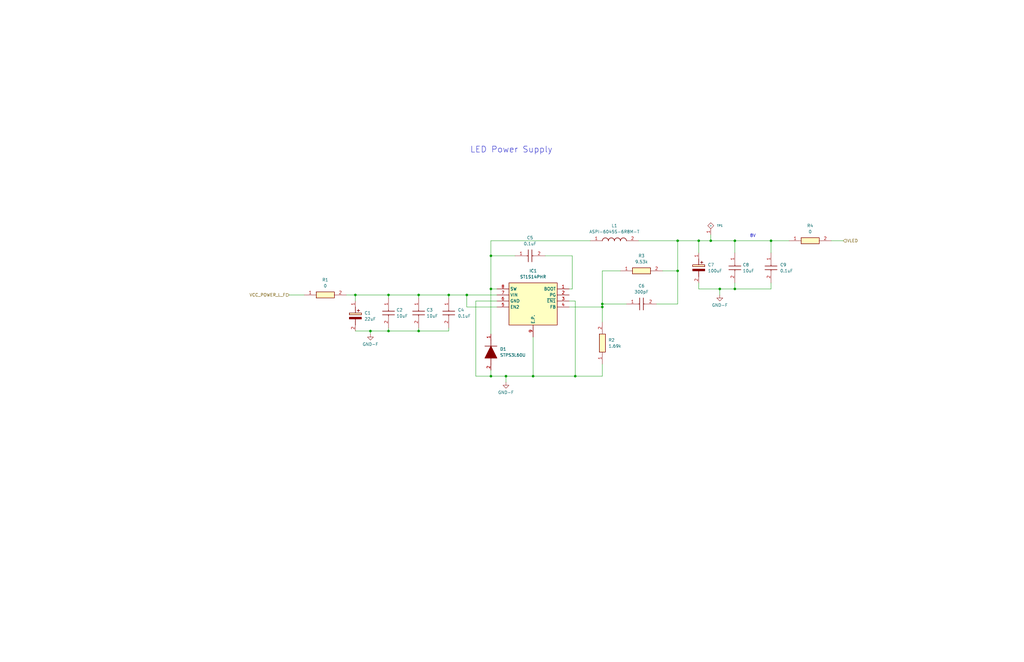
<source format=kicad_sch>
(kicad_sch (version 20231120) (generator "eeschema") (generator_version "8.0")
  (paper "B")
  (title_block (title "Audio System") (date "2025-02-06") (rev "P1") (company "Wolfe Engineering"))
  (lib_symbols
    (symbol "1 Audio Amp:RC0603JR-070RL" (pin_names hide)
      (property "Reference" "R" (at 13.97 6.35 0))
      (property "Value" "RC0603JR-070RL" (at 13.97 3.81 0))
      (symbol "RC0603JR-070RL_1_1"
        (rectangle (start 5.08 1.27) (end 12.7 -1.27) (stroke (width 0.254)) (fill (type background)))
        (pin passive line (at 0 0 0) (length 5.08) (name "1") (number "1"))
        (pin passive line (at 17.78 0 180) (length 5.08) (name "2") (number "2"))
      )
    )
    (symbol "Audio System:865080343009" (pin_names hide)
      (property "Reference" "C" (at 8.89 6.35 0))
      (property "Value" "865080343009" (at 8.89 3.81 0))
      (symbol "865080343009_1_1"
        (polyline (pts (xy 2.54 0) (xy 5.08 0)) (stroke (width 0.254)))
        (polyline (pts (xy 4.064 1.778) (xy 4.064 0.762)) (stroke (width 0.254)))
        (polyline (pts (xy 4.572 1.27) (xy 3.556 1.27)) (stroke (width 0.254)))
        (polyline (pts (xy 7.62 0) (xy 10.16 0)) (stroke (width 0.254)))
        (polyline (pts (xy 7.62 2.54) (xy 7.62 -2.54) (xy 6.858 -2.54) (xy 6.858 2.54) (xy 7.62 2.54)) (stroke (width 0.254)) (fill (type outline)))
        (rectangle (start 5.08 2.54) (end 5.842 -2.54) (stroke (width 0.254)) (fill (type background)))
        (pin passive line (at 0 0 0) (length 2.54) (name "+") (number "1"))
        (pin passive line (at 12.7 0 180) (length 2.54) (name "-") (number "2"))
      )
    )
    (symbol "Audio System:ASPI-6045S-6R8M-T" (pin_names hide)
      (property "Reference" "L" (at 16.51 6.35 0))
      (property "Value" "ASPI-6045S-6R8M-T" (at 16.51 3.81 0))
      (symbol "ASPI-6045S-6R8M-T_1_1"
        (arc (start 7.62 0) (mid 6.35 1.219) (end 5.08 0) (stroke (width 0.254)))
        (arc (start 10.16 0) (mid 8.89 1.219) (end 7.62 0) (stroke (width 0.254)))
        (arc (start 12.7 0) (mid 11.43 1.219) (end 10.16 0) (stroke (width 0.254)))
        (arc (start 15.24 0) (mid 13.97 1.219) (end 12.7 0) (stroke (width 0.254)))
        (pin passive line (at 0 0 0) (length 5.08) (name "1") (number "1"))
        (pin passive line (at 20.32 0 180) (length 5.08) (name "2") (number "2"))
      )
    )
    (symbol "Audio System:C0603C104M5RACTU" (pin_names hide)
      (property "Reference" "C" (at 8.89 6.35 0))
      (property "Value" "C0603C104M5RACTU" (at 8.89 3.81 0))
      (symbol "C0603C104M5RACTU_1_1"
        (polyline (pts (xy 5.08 0) (xy 5.588 0)) (stroke (width 0.254)))
        (polyline (pts (xy 5.588 2.54) (xy 5.588 -2.54)) (stroke (width 0.254)))
        (polyline (pts (xy 7.112 0) (xy 7.62 0)) (stroke (width 0.254)))
        (polyline (pts (xy 7.112 2.54) (xy 7.112 -2.54)) (stroke (width 0.254)))
        (pin passive line (at 0 0 0) (length 5.08) (name "1") (number "1"))
        (pin passive line (at 12.7 0 180) (length 5.08) (name "2") (number "2"))
      )
    )
    (symbol "Audio System:CL31A106MBHNNNE" (pin_names hide)
      (property "Reference" "C" (at 8.89 6.35 0))
      (property "Value" "CL31A106MBHNNNE" (at 8.89 3.81 0))
      (symbol "CL31A106MBHNNNE_1_1"
        (polyline (pts (xy 5.08 0) (xy 5.588 0)) (stroke (width 0.254)))
        (polyline (pts (xy 5.588 2.54) (xy 5.588 -2.54)) (stroke (width 0.254)))
        (polyline (pts (xy 7.112 0) (xy 7.62 0)) (stroke (width 0.254)))
        (polyline (pts (xy 7.112 2.54) (xy 7.112 -2.54)) (stroke (width 0.254)))
        (pin passive line (at 0 0 0) (length 5.08) (name "1") (number "1"))
        (pin passive line (at 12.7 0 180) (length 5.08) (name "2") (number "2"))
      )
    )
    (symbol "Audio System:EEU-FR1H100B" (pin_names hide)
      (property "Reference" "C" (at 8.89 6.35 0))
      (property "Value" "EEU-FR1H100B" (at 8.89 3.81 0))
      (symbol "EEU-FR1H100B_1_1"
        (polyline (pts (xy 2.54 0) (xy 5.08 0)) (stroke (width 0.254)))
        (polyline (pts (xy 4.064 1.778) (xy 4.064 0.762)) (stroke (width 0.254)))
        (polyline (pts (xy 4.572 1.27) (xy 3.556 1.27)) (stroke (width 0.254)))
        (polyline (pts (xy 7.62 0) (xy 10.16 0)) (stroke (width 0.254)))
        (polyline (pts (xy 7.62 2.54) (xy 7.62 -2.54) (xy 6.858 -2.54) (xy 6.858 2.54) (xy 7.62 2.54)) (stroke (width 0.254)) (fill (type outline)))
        (rectangle (start 5.08 2.54) (end 5.842 -2.54) (stroke (width 0.254)) (fill (type background)))
        (pin passive line (at 0 0 0) (length 2.54) (name "+") (number "1"))
        (pin passive line (at 12.7 0 180) (length 2.54) (name "-") (number "2"))
      )
    )
    (symbol "Audio System:GCM1555C1H301JA16D" (pin_names hide)
      (property "Reference" "C" (at 8.89 6.35 0))
      (property "Value" "GCM1555C1H301JA16D" (at 8.89 3.81 0))
      (symbol "GCM1555C1H301JA16D_1_1"
        (polyline (pts (xy 5.08 0) (xy 5.588 0)) (stroke (width 0.254)))
        (polyline (pts (xy 5.588 2.54) (xy 5.588 -2.54)) (stroke (width 0.254)))
        (polyline (pts (xy 7.112 0) (xy 7.62 0)) (stroke (width 0.254)))
        (polyline (pts (xy 7.112 2.54) (xy 7.112 -2.54)) (stroke (width 0.254)))
        (pin passive line (at 0 0 0) (length 5.08) (name "1") (number "1"))
        (pin passive line (at 12.7 0 180) (length 5.08) (name "2") (number "2"))
      )
    )
    (symbol "Audio System:RC0603FR-071K69L" (pin_names hide)
      (property "Reference" "R" (at 13.97 6.35 0))
      (property "Value" "RC0603FR-071K69L" (at 13.97 3.81 0))
      (symbol "RC0603FR-071K69L_1_1"
        (rectangle (start 5.08 1.27) (end 12.7 -1.27) (stroke (width 0.254)) (fill (type background)))
        (pin passive line (at 0 0 0) (length 5.08) (name "1") (number "1"))
        (pin passive line (at 17.78 0 180) (length 5.08) (name "2") (number "2"))
      )
    )
    (symbol "Audio System:RC0603FR-079K53L" (pin_names hide)
      (property "Reference" "R" (at 13.97 6.35 0))
      (property "Value" "RC0603FR-079K53L" (at 13.97 3.81 0))
      (symbol "RC0603FR-079K53L_1_1"
        (rectangle (start 5.08 1.27) (end 12.7 -1.27) (stroke (width 0.254)) (fill (type background)))
        (pin passive line (at 0 0 0) (length 5.08) (name "1") (number "1"))
        (pin passive line (at 17.78 0 180) (length 5.08) (name "2") (number "2"))
      )
    )
    (symbol "Audio System:ST1S14PHR"
      (property "Reference" "IC" (at 26.67 7.62 0))
      (property "Value" "ST1S14PHR" (at 26.67 5.08 0))
      (symbol "ST1S14PHR_1_1"
        (rectangle (start 5.08 2.54) (end 25.4 -15.24) (stroke (width 0.254)) (fill (type background)))
        (pin passive line (at 0 0 0) (length 5.08) (name "BOOT") (number "1"))
        (pin passive line (at 0 -2.54 0) (length 5.08) (name "PG") (number "2"))
        (pin passive line (at 0 -5.08 0) (length 5.08) (name "~{EN1}") (number "3"))
        (pin passive line (at 0 -7.62 0) (length 5.08) (name "FB") (number "4"))
        (pin passive line (at 30.48 -7.62 180) (length 5.08) (name "EN2") (number "5"))
        (pin passive line (at 30.48 -5.08 180) (length 5.08) (name "GND") (number "6"))
        (pin passive line (at 30.48 -2.54 180) (length 5.08) (name "VIN") (number "7"))
        (pin passive line (at 30.48 0 180) (length 5.08) (name "SW") (number "8"))
        (pin passive line (at 15.24 -20.32 90) (length 5.08) (name "E.P.") (number "9"))
      )
    )
    (symbol "Audio System:STPS3L60U" (pin_names hide)
      (property "Reference" "D" (at 11.43 5.08 0))
      (property "Value" "STPS3L60U" (at 11.43 2.54 0))
      (symbol "STPS3L60U_1_1"
        (polyline (pts (xy 2.54 0) (xy 5.08 0)) (stroke (width 0.254)))
        (polyline (pts (xy 5.08 2.54) (xy 5.08 -2.54)) (stroke (width 0.254)))
        (polyline (pts (xy 10.16 0) (xy 12.7 0)) (stroke (width 0.254)))
        (polyline (pts (xy 5.08 0) (xy 10.16 2.54) (xy 10.16 -2.54) (xy 5.08 0)) (stroke (width 0.254)) (fill (type outline)))
        (pin passive line (at 0 0 0) (length 2.54) (name "K") (number "1"))
        (pin passive line (at 15.24 0 180) (length 2.54) (name "A") (number "2"))
      )
    )
    (symbol "Audio System:TP"
      (property "Reference" "TP" (at 2.54 -1.27 0))
      (symbol "TP_0_1"
        (polyline (pts (xy 0 -1.27) (xy 1.27 0) (xy 0 1.27) (xy -1.27 0) (xy 0 -1.27)))
      )
      (symbol "TP_1_1"
        (pin input line (at 0 -3.81 90) (length 2.54) (name "") (number "1"))
      )
    )
    (symbol "GND_2" (power) (pin_names (offset 0))
      (property "Value" "GND" (at 0 -3.81 0))
      (symbol "GND_2_0_1"
        (polyline (pts (xy 0 0) (xy 0 -1.27) (xy 1.27 -1.27) (xy 0 -2.54) (xy -1.27 -1.27) (xy 0 -1.27)))
      )
      (symbol "GND_2_1_1"
        (pin power_in line (at 0 0 270) (length 0) hide (name "GND") (number "1"))
      )
    )
    (symbol "GND_3" (power) (pin_names (offset 0))
      (property "Value" "GND" (at 0 -3.81 0))
      (symbol "GND_3_0_1"
        (polyline (pts (xy 0 0) (xy 0 -1.27) (xy 1.27 -1.27) (xy 0 -2.54) (xy -1.27 -1.27) (xy 0 -1.27)))
      )
      (symbol "GND_3_1_1"
        (pin power_in line (at 0 0 270) (length 0) hide (name "GND") (number "1"))
      )
    )
  )
  (junction (at 207.01 121.92))
  (junction (at 294.64 101.6))
  (junction (at 254 128.27))
  (junction (at 149.86 124.46))
  (junction (at 309.88 101.6))
  (junction (at 254 129.54))
  (junction (at 189.23 124.46))
  (junction (at 303.53 121.92))
  (junction (at 299.72 101.6))
  (junction (at 309.88 121.92))
  (junction (at 207.01 107.95))
  (junction (at 213.36 158.75))
  (junction (at 163.83 139.7))
  (junction (at 176.53 124.46))
  (junction (at 163.83 124.46))
  (junction (at 325.12 101.6))
  (junction (at 176.53 139.7))
  (junction (at 207.01 158.75))
  (junction (at 285.75 101.6))
  (junction (at 224.79 158.75))
  (junction (at 242.57 158.75))
  (junction (at 156.21 139.7))
  (junction (at 196.85 124.46))
  (junction (at 285.75 114.3))
  (wire (pts (xy 207.01 121.92) (xy 209.55 121.92)))
  (wire (pts (xy 176.53 125.73) (xy 176.53 124.46)))
  (wire (pts (xy 189.23 124.46) (xy 196.85 124.46)))
  (wire (pts (xy 242.57 158.75) (xy 224.79 158.75)))
  (wire (pts (xy 213.36 158.75) (xy 207.01 158.75)))
  (wire (pts (xy 209.55 127) (xy 200.66 127)))
  (wire (pts (xy 209.55 129.54) (xy 196.85 129.54)))
  (wire (pts (xy 240.03 127) (xy 242.57 127)))
  (wire (pts (xy 189.23 138.43) (xy 189.23 139.7)))
  (wire (pts (xy 207.01 158.75) (xy 200.66 158.75)))
  (wire (pts (xy 285.75 114.3) (xy 285.75 128.27)))
  (wire (pts (xy 294.64 101.6) (xy 294.64 106.68)))
  (wire (pts (xy 294.64 119.38) (xy 294.64 121.92)))
  (wire (pts (xy 241.3 107.95) (xy 229.87 107.95)))
  (wire (pts (xy 207.01 121.92) (xy 207.01 140.97)))
  (wire (pts (xy 240.03 121.92) (xy 241.3 121.92)))
  (wire (pts (xy 303.53 121.92) (xy 303.53 124.46)))
  (wire (pts (xy 121.92 124.46) (xy 128.27 124.46)))
  (wire (pts (xy 196.85 124.46) (xy 209.55 124.46)))
  (wire (pts (xy 261.62 114.3) (xy 254 114.3)))
  (wire (pts (xy 309.88 101.6) (xy 325.12 101.6)))
  (wire (pts (xy 309.88 121.92) (xy 325.12 121.92)))
  (wire (pts (xy 269.24 101.6) (xy 285.75 101.6)))
  (wire (pts (xy 279.4 114.3) (xy 285.75 114.3)))
  (wire (pts (xy 146.05 124.46) (xy 149.86 124.46)))
  (wire (pts (xy 294.64 101.6) (xy 299.72 101.6)))
  (wire (pts (xy 285.75 101.6) (xy 285.75 114.3)))
  (wire (pts (xy 217.17 107.95) (xy 207.01 107.95)))
  (wire (pts (xy 213.36 158.75) (xy 224.79 158.75)))
  (wire (pts (xy 254 158.75) (xy 254 153.67)))
  (wire (pts (xy 276.86 128.27) (xy 285.75 128.27)))
  (wire (pts (xy 189.23 124.46) (xy 189.23 125.73)))
  (wire (pts (xy 325.12 101.6) (xy 332.74 101.6)))
  (wire (pts (xy 350.52 101.6) (xy 355.6 101.6)))
  (wire (pts (xy 241.3 121.92) (xy 241.3 107.95)))
  (wire (pts (xy 149.86 139.7) (xy 156.21 139.7)))
  (wire (pts (xy 299.72 101.6) (xy 309.88 101.6)))
  (wire (pts (xy 264.16 128.27) (xy 254 128.27)))
  (wire (pts (xy 200.66 127) (xy 200.66 158.75)))
  (wire (pts (xy 207.01 107.95) (xy 207.01 121.92)))
  (wire (pts (xy 325.12 119.38) (xy 325.12 121.92)))
  (wire (pts (xy 149.86 124.46) (xy 163.83 124.46)))
  (wire (pts (xy 303.53 121.92) (xy 309.88 121.92)))
  (wire (pts (xy 196.85 129.54) (xy 196.85 124.46)))
  (wire (pts (xy 309.88 101.6) (xy 309.88 106.68)))
  (wire (pts (xy 242.57 127) (xy 242.57 158.75)))
  (wire (pts (xy 213.36 158.75) (xy 213.36 161.29)))
  (wire (pts (xy 254 128.27) (xy 254 129.54)))
  (wire (pts (xy 224.79 142.24) (xy 224.79 158.75)))
  (wire (pts (xy 176.53 139.7) (xy 176.53 138.43)))
  (wire (pts (xy 285.75 101.6) (xy 294.64 101.6)))
  (wire (pts (xy 299.72 99.06) (xy 299.72 101.6)))
  (wire (pts (xy 163.83 139.7) (xy 176.53 139.7)))
  (wire (pts (xy 189.23 139.7) (xy 176.53 139.7)))
  (wire (pts (xy 207.01 101.6) (xy 248.92 101.6)))
  (wire (pts (xy 163.83 125.73) (xy 163.83 124.46)))
  (wire (pts (xy 207.01 107.95) (xy 207.01 101.6)))
  (wire (pts (xy 156.21 139.7) (xy 163.83 139.7)))
  (wire (pts (xy 254 129.54) (xy 254 135.89)))
  (wire (pts (xy 254 114.3) (xy 254 128.27)))
  (wire (pts (xy 309.88 119.38) (xy 309.88 121.92)))
  (wire (pts (xy 325.12 101.6) (xy 325.12 106.68)))
  (wire (pts (xy 163.83 124.46) (xy 176.53 124.46)))
  (wire (pts (xy 294.64 121.92) (xy 303.53 121.92)))
  (wire (pts (xy 207.01 156.21) (xy 207.01 158.75)))
  (wire (pts (xy 240.03 129.54) (xy 254 129.54)))
  (wire (pts (xy 254 158.75) (xy 242.57 158.75)))
  (wire (pts (xy 176.53 124.46) (xy 189.23 124.46)))
  (wire (pts (xy 156.21 139.7) (xy 156.21 140.97)))
  (wire (pts (xy 149.86 124.46) (xy 149.86 127)))
  (wire (pts (xy 163.83 138.43) (xy 163.83 139.7)))
  (text "LED Power Supply" (at 215.646 63.246 0) (effects (font (size 2.54 2.54))))
  (text "8V\n" (at 316.23 100.33 0) (effects (font (size 1.27 1.27)) (justify left bottom)))
  (hierarchical_label "VLED" (shape input) (at 355.6 101.6 0))
  (hierarchical_label "VCC_POWER_L_F" (shape input) (at 121.92 124.46 180))
  (symbol (lib_id "Audio System:C0603C104M5RACTU") (at 325.12 106.68 270) (unit 1)
    (property "Reference" "C9" (at 328.93 111.76 90) (effects (justify left)))
    (property "Value" "0.1uF" (at 328.93 114.3 90) (effects (justify left)))
    (property "Footprint" "1 Audio Amp:C0603" (effects (hide yes)))
    (property "Datasheet" "https://content.kemet.com/datasheets/KEM_C1002_X7R_SMD.pdf" (effects (hide yes)))
    (property "Height" "0.87" (effects (hide yes)))
    (property "Manufacturer_Name" "KEMET" (effects (hide yes)))
    (property "Manufacturer_Part_Number" "C0603C104M5RACTU" (effects (hide yes)))
    (property "Mouser Part Number" "80-C0603C104M5R" (effects (hide yes)))
    (property "Mouser Price/Stock" "https://www.mouser.co.uk/ProductDetail/KEMET/C0603C104M5RACTU?qs=YkRtRX%252BfoqJT%252B0m410IP4A%3D%3D" (effects (hide yes)))
    (property "Arrow Part Number" "C0603C104M5RACTU" (effects (hide yes)))
    (property "Arrow Price/Stock" "https://www.arrow.com/en/products/c0603c104m5ractu/kemet-corporation?utm_currency=USD&region=nac" (effects (hide yes)))
  )
  (symbol (lib_id "Audio System:C0603C104M5RACTU") (at 217.17 107.95 0) (unit 1)
    (property "Reference" "C5" (at 223.52 100.33 0))
    (property "Value" "0.1uF" (at 223.52 102.87 0))
    (property "Footprint" "1 Audio Amp:C0603" (effects (hide yes)))
    (property "Datasheet" "https://content.kemet.com/datasheets/KEM_C1002_X7R_SMD.pdf" (effects (hide yes)))
    (property "Height" "0.87" (effects (hide yes)))
    (property "Manufacturer_Name" "KEMET" (effects (hide yes)))
    (property "Manufacturer_Part_Number" "C0603C104M5RACTU" (effects (hide yes)))
    (property "Mouser Part Number" "80-C0603C104M5R" (effects (hide yes)))
    (property "Mouser Price/Stock" "https://www.mouser.co.uk/ProductDetail/KEMET/C0603C104M5RACTU?qs=YkRtRX%252BfoqJT%252B0m410IP4A%3D%3D" (effects (hide yes)))
    (property "Arrow Part Number" "C0603C104M5RACTU" (effects (hide yes)))
    (property "Arrow Price/Stock" "https://www.arrow.com/en/products/c0603c104m5ractu/kemet-corporation?utm_currency=USD&region=nac" (effects (hide yes)))
  )
  (symbol (lib_name "GND_3") (lib_id "power:GND") (at 156.21 140.97 0) (unit 1)
    (property "Reference" "#PWR01" (effects (hide yes)))
    (property "Value" "GND-F" (at 156.21 145.288 0))
  )
  (symbol (lib_name "GND_2") (lib_id "power:GND") (at 213.36 161.29 0) (unit 1)
    (property "Reference" "#PWR02" (effects (hide yes)))
    (property "Value" "GND-F" (at 213.36 165.608 0))
  )
  (symbol (lib_id "Audio System:C0603C104M5RACTU") (at 189.23 125.73 270) (unit 1)
    (property "Reference" "C4" (at 193.04 130.81 90) (effects (justify left)))
    (property "Value" "0.1uF" (at 193.04 133.35 90) (effects (justify left)))
    (property "Footprint" "1 Audio Amp:C0603" (effects (hide yes)))
    (property "Datasheet" "https://content.kemet.com/datasheets/KEM_C1002_X7R_SMD.pdf" (effects (hide yes)))
    (property "Height" "0.87" (effects (hide yes)))
    (property "Manufacturer_Name" "KEMET" (effects (hide yes)))
    (property "Manufacturer_Part_Number" "C0603C104M5RACTU" (effects (hide yes)))
    (property "Mouser Part Number" "80-C0603C104M5R" (effects (hide yes)))
    (property "Mouser Price/Stock" "https://www.mouser.co.uk/ProductDetail/KEMET/C0603C104M5RACTU?qs=YkRtRX%252BfoqJT%252B0m410IP4A%3D%3D" (effects (hide yes)))
    (property "Arrow Part Number" "C0603C104M5RACTU" (effects (hide yes)))
    (property "Arrow Price/Stock" "https://www.arrow.com/en/products/c0603c104m5ractu/kemet-corporation?utm_currency=USD&region=nac" (effects (hide yes)))
  )
  (symbol (lib_id "Audio System:RC0603FR-079K53L") (at 261.62 114.3 0) (unit 1)
    (property "Reference" "R3" (at 270.51 107.95 0))
    (property "Value" "9.53k" (at 270.51 110.49 0))
    (property "Footprint" "1 Audio Amp:RESC1608X55N" (effects (hide yes)))
    (property "Datasheet" "http://www.yageo.com/documents/recent/PYu-RC0603_51_RoHS_L_v5.pdf" (effects (hide yes)))
    (property "Height" "0.55" (effects (hide yes)))
    (property "Manufacturer_Name" "KEMET" (effects (hide yes)))
    (property "Manufacturer_Part_Number" "RC0603FR-079K53L" (effects (hide yes)))
    (property "Mouser Part Number" "603-RC0603FR-079K53L" (effects (hide yes)))
    (property "Mouser Price/Stock" "https://www.mouser.co.uk/ProductDetail/Yageo/RC0603FR-079K53L?qs=2cAdsCoAWREFD9FeX3CIhg%3D%3D" (effects (hide yes)))
    (property "Arrow Part Number" "RC0603FR-079K53L" (effects (hide yes)))
    (property "Arrow Price/Stock" "https://www.arrow.com/en/products/rc0603fr-079k53l/yageo" (effects (hide yes)))
  )
  (symbol (lib_id "Audio System:CL31A106MBHNNNE") (at 163.83 125.73 270) (unit 1)
    (property "Reference" "C2" (at 167.132 130.81 90) (effects (justify left)))
    (property "Value" "10uF" (at 167.132 133.35 90) (effects (justify left)))
    (property "Footprint" "1 Audio Amp:CAPC3216X180N" (effects (hide yes)))
    (property "Datasheet" "https://media.digikey.com/pdf/Data%20Sheets/Samsung%20PDFs/CL_Series_MLCC_ds.pdf" (effects (hide yes)))
    (property "Height" "1.8" (effects (hide yes)))
    (property "Manufacturer_Name" "SAMSUNG" (effects (hide yes)))
    (property "Manufacturer_Part_Number" "CL31A106MBHNNNE" (effects (hide yes)))
    (property "Mouser Part Number" "187-CL31A106MBHNNNE" (effects (hide yes)))
    (property "Mouser Price/Stock" "https://www.mouser.co.uk/ProductDetail/Samsung-Electro-Mechanics/CL31A106MBHNNNE?qs=vLWxofP3U2ynwxdpGjlUyw%3D%3D" (effects (hide yes)))
    (property "Arrow Part Number" "CL31A106MBHNNNE" (effects (hide yes)))
    (property "Arrow Price/Stock" "https://www.arrow.com/en/products/cl31a106mbhnnne/samsung-electro-mechanics?region=nac" (effects (hide yes)))
  )
  (symbol (lib_id "Audio System:ST1S14PHR") (at 240.03 121.92 0) (mirror y) (unit 1)
    (property "Reference" "IC1" (at 224.79 114.3 0))
    (property "Value" "ST1S14PHR" (at 224.79 116.84 0))
    (property "Footprint" "1 Audio Amp:SOIC127P600X175-9N" (effects (hide yes)))
    (property "Datasheet" "http://www.st.com/web/en/resource/technical/document/datasheet/CD00285678.pdf" (effects (hide yes)))
    (property "Height" "1.75" (effects (hide yes)))
    (property "Manufacturer_Name" "STMicroelectronics" (effects (hide yes)))
    (property "Manufacturer_Part_Number" "ST1S14PHR" (effects (hide yes)))
    (property "Mouser Part Number" "511-ST1S14PHR" (effects (hide yes)))
    (property "Mouser Price/Stock" "https://www.mouser.co.uk/ProductDetail/STMicroelectronics/ST1S14PHR?qs=NQm4g1eHia4Ogn8sLa%252BqDg%3D%3D" (effects (hide yes)))
    (property "Arrow Part Number" "ST1S14PHR" (effects (hide yes)))
    (property "Arrow Price/Stock" "https://www.arrow.com/en/products/st1s14phr/stmicroelectronics?region=europe" (effects (hide yes)))
  )
  (symbol (lib_id "Audio System:CL31A106MBHNNNE") (at 176.53 125.73 270) (unit 1)
    (property "Reference" "C3" (at 179.832 130.81 90) (effects (justify left)))
    (property "Value" "10uF" (at 179.832 133.35 90) (effects (justify left)))
    (property "Footprint" "1 Audio Amp:CAPC3216X180N" (effects (hide yes)))
    (property "Datasheet" "https://media.digikey.com/pdf/Data%20Sheets/Samsung%20PDFs/CL_Series_MLCC_ds.pdf" (effects (hide yes)))
    (property "Height" "1.8" (effects (hide yes)))
    (property "Manufacturer_Name" "SAMSUNG" (effects (hide yes)))
    (property "Manufacturer_Part_Number" "CL31A106MBHNNNE" (effects (hide yes)))
    (property "Mouser Part Number" "187-CL31A106MBHNNNE" (effects (hide yes)))
    (property "Mouser Price/Stock" "https://www.mouser.co.uk/ProductDetail/Samsung-Electro-Mechanics/CL31A106MBHNNNE?qs=vLWxofP3U2ynwxdpGjlUyw%3D%3D" (effects (hide yes)))
    (property "Arrow Part Number" "CL31A106MBHNNNE" (effects (hide yes)))
    (property "Arrow Price/Stock" "https://www.arrow.com/en/products/cl31a106mbhnnne/samsung-electro-mechanics?region=nac" (effects (hide yes)))
  )
  (symbol (lib_id "Audio System:EEU-FR1H100B") (at 149.86 127 270) (unit 1)
    (property "Reference" "C1" (at 153.67 132.08 90) (effects (justify left)))
    (property "Value" "22uF" (at 153.67 134.62 90) (effects (justify left)))
    (property "Footprint" "1 Audio Amp:CAPPRD200W55D500H1250" (effects (hide yes)))
    (property "Datasheet" "http://industrial.panasonic.com/cdbs/www-data/pdf/RDF0000/ABA0000C1259.pdf" (effects (hide yes)))
    (property "Height" "12.5" (effects (hide yes)))
    (property "Manufacturer_Name" "Panasonic" (effects (hide yes)))
    (property "Manufacturer_Part_Number" "EEU-FR1H100B" (effects (hide yes)))
    (property "Mouser Part Number" "667-EEU-FR1H100B" (effects (hide yes)))
    (property "Mouser Price/Stock" "https://www.mouser.co.uk/ProductDetail/Panasonic/EEU-FR1H100B?qs=tfZGHB2PWd1xuGJO0KXeNw%3D%3D" (effects (hide yes)))
    (property "Arrow Part Number" "EEU-FR1H100B" (effects (hide yes)))
    (property "Arrow Price/Stock" "https://www.arrow.com/en/products/eeu-fr1h100b/panasonic?region=nac" (effects (hide yes)))
  )
  (symbol (lib_id "Audio System:GCM1555C1H301JA16D") (at 264.16 128.27 0) (unit 1)
    (property "Reference" "C6" (at 270.51 120.65 0))
    (property "Value" "300pF" (at 270.51 123.19 0))
    (property "Footprint" "1 Audio Amp:GCM155" (effects (hide yes)))
    (property "Datasheet" "https://search.murata.co.jp/Ceramy/image/img/A01X/G101/ENG/GCM1555C1H301JA16-01.pdf" (effects (hide yes)))
    (property "Height" "0.55" (effects (hide yes)))
    (property "Manufacturer_Name" "Murata Electronics" (effects (hide yes)))
    (property "Manufacturer_Part_Number" "GCM1555C1H301JA16D" (effects (hide yes)))
    (property "Mouser Part Number" "81-GCM1555C1H301JA6D" (effects (hide yes)))
    (property "Mouser Price/Stock" "https://www.mouser.com/Search/Refine.aspx?Keyword=81-GCM1555C1H301JA6D" (effects (hide yes)))
  )
  (symbol (lib_id "Audio System:TP") (at 299.72 95.25 0) (unit 1) (exclude_from_sim yes) (in_bom no)
    (property "Reference" "TP1" (at 302.26 95.2499 0) (effects (font (size 0.9 0.9)) (justify left)))
    (property "Value" "~" (at 299.72 95.25 0))
    (property "Footprint" "1 Audio Amp:TP" (effects (hide yes)))
  )
  (symbol (lib_id "1 Audio Amp:RC0603JR-070RL") (at 128.27 124.46 0) (unit 1)
    (property "Reference" "R1" (at 137.16 118.11 0))
    (property "Value" "0" (at 137.16 120.65 0))
    (property "Footprint" "1 Audio Amp:RESC1608X55N" (effects (hide yes)))
    (property "Datasheet" "https://componentsearchengine.com/Datasheets/2/RC0603JR-070RL.pdf" (effects (hide yes)))
    (property "Description" "Yageo 0, 0603 (1608M) Thick Film SMD Resistor - RC0603JR-070RL" (effects (hide yes)))
    (property "Height" "0.55" (effects (hide yes)))
    (property "Manufacturer_Name" "YAGEO" (effects (hide yes)))
    (property "Manufacturer_Part_Number" "RC0603JR-070RL" (effects (hide yes)))
    (property "Mouser Part Number" "603-RC0603JR-070RL" (effects (hide yes)))
    (property "Mouser Price/Stock" "https://www.mouser.co.uk/ProductDetail/YAGEO/RC0603JR-070RL?qs=2cAdsCoAWRGWyPcuXgGiXQ%3D%3D" (effects (hide yes)))
    (property "Arrow Part Number" "RC0603JR-070RL" (effects (hide yes)))
    (property "Arrow Price/Stock" "https://www.arrow.com/en/products/rc0603jr-070rl/yageo?utm_currency=USD&region=nac" (effects (hide yes)))
  )
  (symbol (lib_id "Audio System:STPS3L60U") (at 207.01 140.97 270) (unit 1)
    (property "Reference" "D1" (at 210.82 147.32 90) (effects (justify left)))
    (property "Value" "STPS3L60U" (at 210.82 149.86 90) (effects (justify left)))
    (property "Footprint" "1 Audio Amp:SMBJ50CA" (effects (hide yes)))
    (property "Datasheet" "http://www.st.com/web/en/resource/technical/document/datasheet/CD00002286.pdf" (effects (hide yes)))
    (property "Height" "2.65" (effects (hide yes)))
    (property "Manufacturer_Name" "STMicroelectronics" (effects (hide yes)))
    (property "Manufacturer_Part_Number" "STPS3L60U" (effects (hide yes)))
    (property "Mouser Part Number" "511-STPS3L60U" (effects (hide yes)))
    (property "Mouser Price/Stock" "https://www.mouser.co.uk/ProductDetail/STMicroelectronics/STPS3L60U?qs=NP3vpjCFX6iwV3DBAjttBw%3D%3D" (effects (hide yes)))
    (property "Arrow Part Number" "STPS3L60U" (effects (hide yes)))
    (property "Arrow Price/Stock" "https://www.arrow.com/en/products/stps3l60u/stmicroelectronics?region=europe" (effects (hide yes)))
  )
  (symbol (lib_id "Audio System:CL31A106MBHNNNE") (at 309.88 106.68 270) (unit 1)
    (property "Reference" "C8" (at 313.182 111.76 90) (effects (justify left)))
    (property "Value" "10uF" (at 313.182 114.3 90) (effects (justify left)))
    (property "Footprint" "1 Audio Amp:CAPC3216X180N" (effects (hide yes)))
    (property "Datasheet" "https://media.digikey.com/pdf/Data%20Sheets/Samsung%20PDFs/CL_Series_MLCC_ds.pdf" (effects (hide yes)))
    (property "Height" "1.8" (effects (hide yes)))
    (property "Manufacturer_Name" "SAMSUNG" (effects (hide yes)))
    (property "Manufacturer_Part_Number" "CL31A106MBHNNNE" (effects (hide yes)))
    (property "Mouser Part Number" "187-CL31A106MBHNNNE" (effects (hide yes)))
    (property "Mouser Price/Stock" "https://www.mouser.co.uk/ProductDetail/Samsung-Electro-Mechanics/CL31A106MBHNNNE?qs=vLWxofP3U2ynwxdpGjlUyw%3D%3D" (effects (hide yes)))
    (property "Arrow Part Number" "CL31A106MBHNNNE" (effects (hide yes)))
    (property "Arrow Price/Stock" "https://www.arrow.com/en/products/cl31a106mbhnnne/samsung-electro-mechanics?region=nac" (effects (hide yes)))
  )
  (symbol (lib_name "GND_2") (lib_id "power:GND") (at 303.53 124.46 0) (unit 1)
    (property "Reference" "#PWR03" (effects (hide yes)))
    (property "Value" "GND-F" (at 303.53 128.778 0))
  )
  (symbol (lib_id "Audio System:ASPI-6045S-6R8M-T") (at 248.92 101.6 0) (unit 1)
    (property "Reference" "L1" (at 259.08 95.25 0))
    (property "Value" "ASPI-6045S-6R8M-T" (at 259.08 97.79 0))
    (property "Footprint" "1 Audio Amp:ASPI-6045S" (effects (hide yes)))
    (property "Datasheet" "https://abracon.com/Magnetics/power/ASPI-6045S.pdf" (effects (hide yes)))
    (property "Height" "4.5" (effects (hide yes)))
    (property "Manufacturer_Name" "ABRACON" (effects (hide yes)))
    (property "Manufacturer_Part_Number" "ASPI-6045S-6R8M-T" (effects (hide yes)))
    (property "Mouser Part Number" "815-ASPI-6045S-6R8MT" (effects (hide yes)))
    (property "Mouser Price/Stock" "https://www.mouser.co.uk/ProductDetail/ABRACON/ASPI-6045S-6R8M-T?qs=Y3s8Jkk9bu9mAbWIGyDq8w%3D%3D" (effects (hide yes)))
    (property "Arrow Part Number" "ASPI-6045S-6R8M-T" (effects (hide yes)))
    (property "Arrow Price/Stock" "https://www.arrow.com/en/products/aspi-6045s-6r8m-t/abracon?region=europe" (effects (hide yes)))
  )
  (symbol (lib_id "1 Audio Amp:RC0603JR-070RL") (at 332.74 101.6 0) (unit 1)
    (property "Reference" "R4" (at 341.63 95.25 0))
    (property "Value" "0" (at 341.63 97.79 0))
    (property "Footprint" "1 Audio Amp:RESC1608X55N" (effects (hide yes)))
    (property "Datasheet" "https://componentsearchengine.com/Datasheets/2/RC0603JR-070RL.pdf" (effects (hide yes)))
    (property "Description" "Yageo 0, 0603 (1608M) Thick Film SMD Resistor - RC0603JR-070RL" (effects (hide yes)))
    (property "Height" "0.55" (effects (hide yes)))
    (property "Manufacturer_Name" "YAGEO" (effects (hide yes)))
    (property "Manufacturer_Part_Number" "RC0603JR-070RL" (effects (hide yes)))
    (property "Mouser Part Number" "603-RC0603JR-070RL" (effects (hide yes)))
    (property "Mouser Price/Stock" "https://www.mouser.co.uk/ProductDetail/YAGEO/RC0603JR-070RL?qs=2cAdsCoAWRGWyPcuXgGiXQ%3D%3D" (effects (hide yes)))
    (property "Arrow Part Number" "RC0603JR-070RL" (effects (hide yes)))
    (property "Arrow Price/Stock" "https://www.arrow.com/en/products/rc0603jr-070rl/yageo?utm_currency=USD&region=nac" (effects (hide yes)))
  )
  (symbol (lib_id "Audio System:865080343009") (at 294.64 106.68 270) (unit 1)
    (property "Reference" "C7" (at 298.45 111.76 90) (effects (justify left)))
    (property "Value" "100uF" (at 298.45 114.3 90) (effects (justify left)))
    (property "Footprint" "1 Audio Amp:865080343009" (effects (hide yes)))
    (property "Datasheet" "https://www.we-online.com/components/products/datasheet/865080343009.pdf" (effects (hide yes)))
    (property "Height" "5" (effects (hide yes)))
    (property "Manufacturer_Name" "Wurth Elektronik" (effects (hide yes)))
    (property "Manufacturer_Part_Number" "865080343009" (effects (hide yes)))
    (property "Mouser Part Number" "710-865080343009" (effects (hide yes)))
    (property "Mouser Price/Stock" "https://www.mouser.co.uk/ProductDetail/Wurth-Elektronik/865080343009?qs=0KOYDY2FL28Gid9q%2FqirTQ%3D%3D" (effects (hide yes)))
  )
  (symbol (lib_id "Audio System:RC0603FR-071K69L") (at 254 153.67 90) (unit 1)
    (property "Reference" "R2" (at 256.54 143.51 90) (effects (justify right)))
    (property "Value" "1.69k" (at 256.54 146.05 90) (effects (justify right)))
    (property "Footprint" "1 Audio Amp:RESC1608X55N" (effects (hide yes)))
    (property "Datasheet" "http://www.yageo.com/documents/recent/PYu-RC0603_51_RoHS_L_v5.pdf" (effects (hide yes)))
    (property "Height" "0.55" (effects (hide yes)))
    (property "Manufacturer_Name" "KEMET" (effects (hide yes)))
    (property "Manufacturer_Part_Number" "RC0603FR-071K69L" (effects (hide yes)))
    (property "Mouser Part Number" "603-RC0603FR-071K69L" (effects (hide yes)))
    (property "Mouser Price/Stock" "http://www.mouser.com/Search/ProductDetail.aspx?qs=VU8sRB4EgwCRCEnumkExQg%3d%3d" (effects (hide yes)))
    (property "Arrow Part Number" "RC0603FR-071K69L" (effects (hide yes)))
    (property "Arrow Price/Stock" "https://www.arrow.com/en/products/rc0603fr-071k69l/yageo" (effects (hide yes)))
  )
)
</source>
